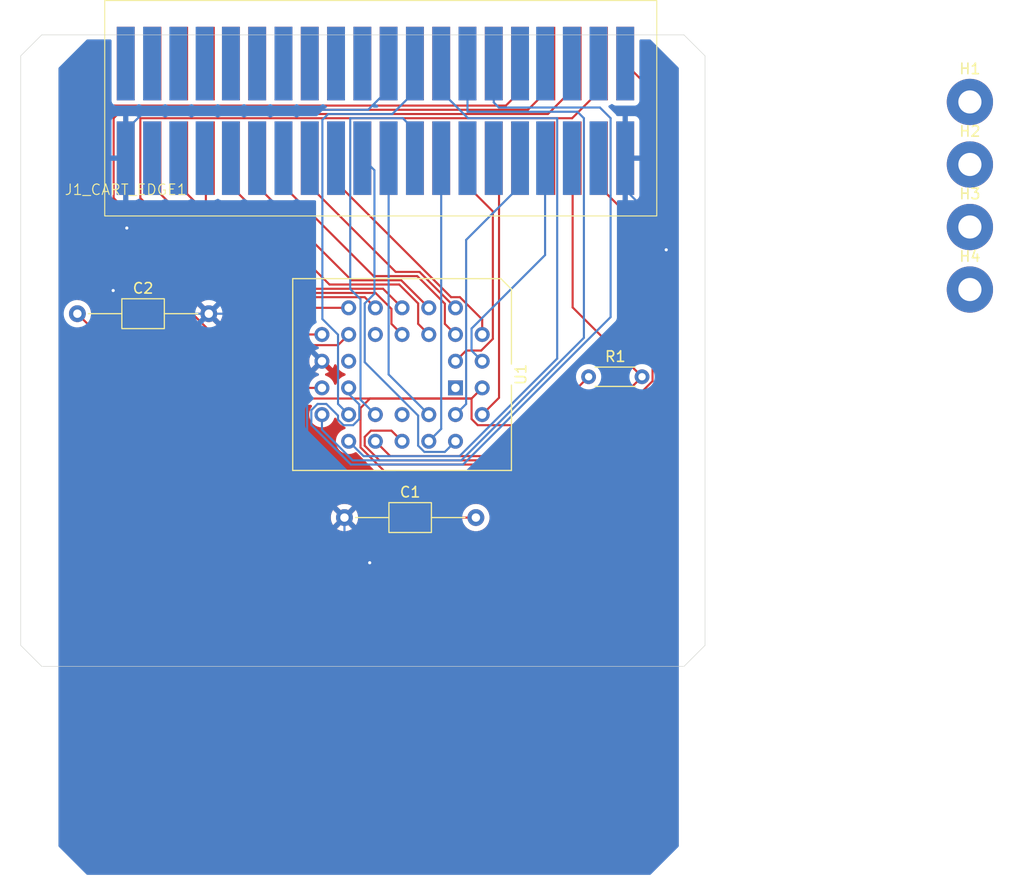
<source format=kicad_pcb>
(kicad_pcb (version 20241229) (generator "pcbnew") (generator_version "9.0")
  (layers (0 "F.Cu" signal) (2 "B.Cu" signal) (13 "F.Paste" user) (15 "B.Paste" user) (5 "F.SilkS" user "F.Silkscreen") (7 "B.SilkS" user "B.Silkscreen") (1 "F.Mask" user) (3 "B.Mask" user) (25 "Edge.Cuts" user))
  (net 0 "")
  (net 1 "+3.3V")
  (net 2 "CART_DET")
  (net 3 "A1")
  (net 4 "A7")
  (net 5 "A9")
  (net 6 "A0")
  (net 8 "D3")
  (net 9 "A10")
  (net 10 "D7")
  (net 11 "A5")
  (net 12 "A15")
  (net 13 "A3")
  (net 14 "A12")
  (net 15 "D2")
  (net 16 "A14")
  (net 19 "{slash}CE")
  (net 21 "D6")
  (net 23 "D0")
  (net 25 "D4")
  (net 26 "A8")
  (net 27 "OE{slash}VPP")
  (net 29 "A6")
  (net 30 "A4")
  (net 31 "A13")
  (net 33 "A11")
  (net 34 "A2")
  (net 35 "D5")
  (net 36 "D1")
  (net 51 "GND")
  (footprint "MountingHole:MountingHole_2.2mm_M2_Pad_TopBottom" (layer "F.Cu") (at 203.18 48.4)
    (property "Reference" "H2" (at 0 -3.15 0) (layer "F.SilkS"))
    (property "Value" "MountingHole")
    (pad "1" thru_hole circle (at 0 0) (size 2.6 2.6) (drill 2.2) (layers "*.Cu" "*.Mask"))
    (pad "1" connect circle (at 0 0) (size 4.4 4.4) (layers "F.Cu" "F.Mask"))
    (pad "1" connect circle (at 0 0) (size 4.4 4.4) (layers "B.Cu" "B.Mask"))
  )
  (footprint "Capacitor_THT:C_Axial_L3.8mm_D2.6mm_P12.50mm_Horizontal" (layer "F.Cu") (at 118.3 62.6)
    (property "Reference" "C2" (at 6.25 -2.42 0) (layer "F.SilkS"))
    (property "Value" "1000n")
    (fp_line (start 1.04 0) (end 4.23 0) (stroke (width 0.12)) (layer "F.SilkS"))
    (fp_line (start 11.46 0) (end 8.27 0) (stroke (width 0.12)) (layer "F.SilkS"))
    (fp_rect (start 4.23 -1.42) (end 8.27 1.42) (stroke (width 0.12)) (fill no) (layer "F.SilkS"))
    (pad "1" thru_hole circle (at 0 0) (size 1.6 1.6) (drill 0.8) (layers "*.Cu" "*.Mask") (net 1 "+3.3V"))
    (pad "2" thru_hole circle (at 12.5 0) (size 1.6 1.6) (drill 0.8) (layers "*.Cu" "*.Mask") (net 51 "GND"))
  )
  (footprint "MountingHole:MountingHole_2.2mm_M2_Pad_TopBottom" (layer "F.Cu") (at 203.18 54.35)
    (property "Reference" "H3" (at 0 -3.15 0) (layer "F.SilkS"))
    (property "Value" "MountingHole")
    (pad "1" thru_hole circle (at 0 0) (size 2.6 2.6) (drill 2.2) (layers "*.Cu" "*.Mask"))
    (pad "1" connect circle (at 0 0) (size 4.4 4.4) (layers "F.Cu" "F.Mask"))
    (pad "1" connect circle (at 0 0) (size 4.4 4.4) (layers "B.Cu" "B.Mask"))
  )
  (footprint "MountingHole:MountingHole_2.2mm_M2_Pad_TopBottom" (layer "F.Cu") (at 203.18 42.45)
    (property "Reference" "H1" (at 0 -3.15 0) (layer "F.SilkS"))
    (property "Value" "MountingHole")
    (pad "1" thru_hole circle (at 0 0) (size 2.6 2.6) (drill 2.2) (layers "*.Cu" "*.Mask"))
    (pad "1" connect circle (at 0 0) (size 4.4 4.4) (layers "F.Cu" "F.Mask"))
    (pad "1" connect circle (at 0 0) (size 4.4 4.4) (layers "B.Cu" "B.Mask"))
  )
  (footprint "Capacitor_THT:C_Axial_L3.8mm_D2.6mm_P12.50mm_Horizontal" (layer "F.Cu") (at 143.7 82)
    (property "Reference" "C1" (at 6.25 -2.42 0) (layer "F.SilkS"))
    (property "Value" "100n")
    (fp_line (start 1.04 0) (end 4.23 0) (stroke (width 0.12)) (layer "F.SilkS"))
    (fp_line (start 11.46 0) (end 8.27 0) (stroke (width 0.12)) (layer "F.SilkS"))
    (fp_rect (start 4.23 -1.42) (end 8.27 1.42) (stroke (width 0.12)) (fill no) (layer "F.SilkS"))
    (pad "1" thru_hole circle (at 0 0) (size 1.6 1.6) (drill 0.8) (layers "*.Cu" "*.Mask") (net 51 "GND"))
    (pad "2" thru_hole circle (at 12.5 0) (size 1.6 1.6) (drill 0.8) (layers "*.Cu" "*.Mask") (net 1 "+3.3V"))
  )
  (footprint "EDGEPAD:EDGEPADS_2x20_P2.54mm_W1.7_L7.0" (layer "F.Cu") (at 122.9 51.3)
    (property "Reference" "J1_CART_EDGE1" (at 0 -0.5 0) (layer "F.SilkS") (effects (font (thickness 0.1))))
    (property "Value" "Conn_02x20_Counter_Clockwise")
    (fp_rect (start -2 -18.5) (end 50.5 2) (stroke (width 0.1)) (fill no) (layer "F.SilkS"))
    (pad "1" smd rect (at 0 -3.5) (size 1.7 7) (layers "F.Cu" "F.Mask" "F.Paste") (net 51 "GND"))
    (pad "1" smd rect (at 0 -3.5) (size 1.7 7) (layers "B.Cu" "B.Mask" "B.Paste") (net 51 "GND"))
    (pad "2" smd rect (at 2.5 -3.5) (size 1.7 7) (layers "B.Cu" "B.Mask" "B.Paste") (net 6 "A0"))
    (pad "2" smd rect (at 2.54 -3.5) (size 1.7 7) (layers "F.Cu" "F.Mask" "F.Paste") (net 6 "A0"))
    (pad "3" smd rect (at 5 -3.5) (size 1.7 7) (layers "B.Cu" "B.Mask" "B.Paste") (net 3 "A1"))
    (pad "3" smd rect (at 5.08 -3.5) (size 1.7 7) (layers "F.Cu" "F.Mask" "F.Paste") (net 3 "A1"))
    (pad "4" smd rect (at 7.5 -3.5) (size 1.7 7) (layers "B.Cu" "B.Mask" "B.Paste") (net 34 "A2"))
    (pad "4" smd rect (at 7.62 -3.5) (size 1.7 7) (layers "F.Cu" "F.Mask" "F.Paste") (net 34 "A2"))
    (pad "5" smd rect (at 10 -3.5) (size 1.7 7) (layers "F.Cu" "F.Mask" "F.Paste") (net 13 "A3"))
    (pad "5" smd rect (at 10 -3.5) (size 1.7 7) (layers "B.Cu" "B.Mask" "B.Paste") (net 13 "A3"))
    (pad "6" smd rect (at 12.5 -3.5) (size 1.7 7) (layers "F.Cu" "F.Mask" "F.Paste") (net 30 "A4"))
    (pad "6" smd rect (at 12.5 -3.5) (size 1.7 7) (layers "B.Cu" "B.Mask" "B.Paste") (net 30 "A4"))
    (pad "7" smd rect (at 15 -3.5) (size 1.7 7) (layers "F.Cu" "F.Mask" "F.Paste") (net 11 "A5"))
    (pad "7" smd rect (at 15 -3.5) (size 1.7 7) (layers "B.Cu" "B.Mask" "B.Paste") (net 11 "A5"))
    (pad "8" smd rect (at 17.5 -3.5) (size 1.7 7) (layers "F.Cu" "F.Mask" "F.Paste") (net 29 "A6"))
    (pad "8" smd rect (at 17.5 -3.5) (size 1.7 7) (layers "B.Cu" "B.Mask" "B.Paste") (net 29 "A6"))
    (pad "9" smd rect (at 20 -3.5) (size 1.7 7) (layers "F.Cu" "F.Mask" "F.Paste") (net 4 "A7"))
    (pad "9" smd rect (at 20 -3.5) (size 1.7 7) (layers "B.Cu" "B.Mask" "B.Paste") (net 4 "A7"))
    (pad "10" smd rect (at 22.5 -3.5) (size 1.7 7) (layers "F.Cu" "F.Mask" "F.Paste") (net 26 "A8"))
    (pad "10" smd rect (at 22.5 -3.5) (size 1.7 7) (layers "B.Cu" "B.Mask" "B.Paste") (net 26 "A8"))
    (pad "11" smd rect (at 25 -3.5) (size 1.7 7) (layers "F.Cu" "F.Mask" "F.Paste") (net 5 "A9"))
    (pad "11" smd rect (at 25 -3.5) (size 1.7 7) (layers "B.Cu" "B.Mask" "B.Paste") (net 5 "A9"))
    (pad "12" smd rect (at 27.5 -3.5) (size 1.7 7) (layers "F.Cu" "F.Mask" "F.Paste") (net 9 "A10"))
    (pad "12" smd rect (at 27.5 -3.5) (size 1.7 7) (layers "B.Cu" "B.Mask" "B.Paste") (net 9 "A10"))
    (pad "13" smd rect (at 30 -3.5) (size 1.7 7) (layers "F.Cu" "F.Mask" "F.Paste") (net 33 "A11"))
    (pad "13" smd rect (at 30 -3.5) (size 1.7 7) (layers "B.Cu" "B.Mask" "B.Paste") (net 33 "A11"))
    (pad "14" smd rect (at 32.5 -3.5) (size 1.7 7) (layers "F.Cu" "F.Mask" "F.Paste") (net 14 "A12"))
    (pad "14" smd rect (at 32.5 -3.5) (size 1.7 7) (layers "B.Cu" "B.Mask" "B.Paste") (net 14 "A12"))
    (pad "15" smd rect (at 35 -3.5) (size 1.7 7) (layers "F.Cu" "F.Mask" "F.Paste") (net 31 "A13"))
    (pad "15" smd rect (at 35 -3.5) (size 1.7 7) (layers "B.Cu" "B.Mask" "B.Paste") (net 31 "A13"))
    (pad "16" smd rect (at 37.5 -3.5) (size 1.7 7) (layers "F.Cu" "F.Mask" "F.Paste") (net 16 "A14"))
    (pad "16" smd rect (at 37.5 -3.5) (size 1.7 7) (layers "B.Cu" "B.Mask" "B.Paste") (net 16 "A14"))
    (pad "17" smd rect (at 39.88 -3.5) (size 1.7 7) (layers "B.Cu" "B.Mask" "B.Paste") (net 12 "A15"))
    (pad "17" smd rect (at 40 -3.5) (size 1.7 7) (layers "F.Cu" "F.Mask" "F.Paste") (net 12 "A15"))
    (pad "18" smd rect (at 42.42 -3.5) (size 1.7 7) (layers "B.Cu" "B.Mask" "B.Paste") (net 19 "{slash}CE"))
    (pad "18" smd rect (at 42.5 -3.5) (size 1.7 7) (layers "F.Cu" "F.Mask" "F.Paste") (net 19 "{slash}CE"))
    (pad "19" smd rect (at 44.96 -3.5) (size 1.7 7) (layers "B.Cu" "B.Mask" "B.Paste") (net 27 "OE{slash}VPP"))
    (pad "19" smd rect (at 45 -3.5) (size 1.7 7) (layers "F.Cu" "F.Mask" "F.Paste") (net 27 "OE{slash}VPP"))
    (pad "20" smd rect (at 47.5 -3.5) (size 1.7 7) (layers "F.Cu" "F.Mask" "F.Paste") (net 51 "GND"))
    (pad "20" smd rect (at 47.5 -3.5) (size 1.7 7) (layers "B.Cu" "B.Mask" "B.Paste") (net 51 "GND"))
    (pad "21" smd rect (at 0 -12.5) (size 1.7 7) (layers "F.Cu" "F.Mask" "F.Paste"))
    (pad "21" smd rect (at 0 -12.5) (size 1.7 7) (layers "B.Cu" "B.Mask" "B.Paste"))
    (pad "22" smd rect (at 2.5 -12.5) (size 1.7 7) (layers "B.Cu" "B.Mask" "B.Paste"))
    (pad "22" smd rect (at 2.54 -12.5) (size 1.7 7) (layers "F.Cu" "F.Mask" "F.Paste"))
    (pad "23" smd rect (at 5 -12.5) (size 1.7 7) (layers "B.Cu" "B.Mask" "B.Paste"))
    (pad "23" smd rect (at 5.08 -12.5) (size 1.7 7) (layers "F.Cu" "F.Mask" "F.Paste"))
    (pad "24" smd rect (at 7.5 -12.5) (size 1.7 7) (layers "B.Cu" "B.Mask" "B.Paste"))
    (pad "24" smd rect (at 7.62 -12.5) (size 1.7 7) (layers "F.Cu" "F.Mask" "F.Paste"))
    (pad "25" smd rect (at 10 -12.5) (size 1.7 7) (layers "F.Cu" "F.Mask" "F.Paste"))
    (pad "25" smd rect (at 10 -12.5) (size 1.7 7) (layers "B.Cu" "B.Mask" "B.Paste"))
    (pad "26" smd rect (at 12.5 -12.5) (size 1.7 7) (layers "F.Cu" "F.Mask" "F.Paste"))
    (pad "26" smd rect (at 12.5 -12.5) (size 1.7 7) (layers "B.Cu" "B.Mask" "B.Paste"))
    (pad "27" smd rect (at 15 -12.5) (size 1.7 7) (layers "F.Cu" "F.Mask" "F.Paste"))
    (pad "27" smd rect (at 15 -12.5) (size 1.7 7) (layers "B.Cu" "B.Mask" "B.Paste"))
    (pad "28" smd rect (at 17.5 -12.5) (size 1.7 7) (layers "F.Cu" "F.Mask" "F.Paste"))
    (pad "28" smd rect (at 17.5 -12.5) (size 1.7 7) (layers "B.Cu" "B.Mask" "B.Paste"))
    (pad "29" smd rect (at 20 -12.5) (size 1.7 7) (layers "F.Cu" "F.Mask" "F.Paste"))
    (pad "29" smd rect (at 20 -12.5) (size 1.7 7) (layers "B.Cu" "B.Mask" "B.Paste"))
    (pad "30" smd rect (at 22.5 -12.5) (size 1.7 7) (layers "F.Cu" "F.Mask" "F.Paste") (net 2 "CART_DET"))
    (pad "30" smd rect (at 22.5 -12.5) (size 1.7 7) (layers "B.Cu" "B.Mask" "B.Paste") (net 2 "CART_DET"))
    (pad "31" smd rect (at 25 -12.5) (size 1.7 7) (layers "F.Cu" "F.Mask" "F.Paste") (net 51 "GND"))
    (pad "31" smd rect (at 25 -12.5) (size 1.7 7) (layers "B.Cu" "B.Mask" "B.Paste") (net 51 "GND"))
    (pad "32" smd rect (at 27.5 -12.5) (size 1.7 7) (layers "F.Cu" "F.Mask" "F.Paste") (net 10 "D7"))
    (pad "32" smd rect (at 27.5 -12.5) (size 1.7 7) (layers "B.Cu" "B.Mask" "B.Paste") (net 10 "D7"))
    (pad "33" smd rect (at 30 -12.5) (size 1.7 7) (layers "F.Cu" "F.Mask" "F.Paste") (net 21 "D6"))
    (pad "33" smd rect (at 30 -12.5) (size 1.7 7) (layers "B.Cu" "B.Mask" "B.Paste") (net 21 "D6"))
    (pad "34" smd rect (at 32.5 -12.5) (size 1.7 7) (layers "F.Cu" "F.Mask" "F.Paste") (net 35 "D5"))
    (pad "34" smd rect (at 32.5 -12.5) (size 1.7 7) (layers "B.Cu" "B.Mask" "B.Paste") (net 35 "D5"))
    (pad "35" smd rect (at 35 -12.5) (size 1.7 7) (layers "F.Cu" "F.Mask" "F.Paste") (net 25 "D4"))
    (pad "35" smd rect (at 35 -12.5) (size 1.7 7) (layers "B.Cu" "B.Mask" "B.Paste") (net 25 "D4"))
    (pad "36" smd rect (at 37.5 -12.5) (size 1.7 7) (layers "F.Cu" "F.Mask" "F.Paste") (net 8 "D3"))
    (pad "36" smd rect (at 37.5 -12.5) (size 1.7 7) (layers "B.Cu" "B.Mask" "B.Paste") (net 8 "D3"))
    (pad "37" smd rect (at 39.88 -12.5) (size 1.7 7) (layers "B.Cu" "B.Mask" "B.Paste") (net 15 "D2"))
    (pad "37" smd rect (at 40 -12.5) (size 1.7 7) (layers "F.Cu" "F.Mask" "F.Paste") (net 15 "D2"))
    (pad "38" smd rect (at 42.42 -12.5) (size 1.7 7) (layers "B.Cu" "B.Mask" "B.Paste") (net 36 "D1"))
    (pad "38" smd rect (at 42.5 -12.5) (size 1.7 7) (layers "F.Cu" "F.Mask" "F.Paste") (net 36 "D1"))
    (pad "39" smd rect (at 44.96 -12.5) (size 1.7 7) (layers "B.Cu" "B.Mask" "B.Paste") (net 23 "D0"))
    (pad "39" smd rect (at 45 -12.5) (size 1.7 7) (layers "F.Cu" "F.Mask" "F.Paste") (net 23 "D0"))
    (pad "40" smd rect (at 47.5 -12.5) (size 1.7 7) (layers "F.Cu" "F.Mask" "F.Paste") (net 1 "+3.3V"))
    (pad "40" smd rect (at 47.5 -12.5) (size 1.7 7) (layers "B.Cu" "B.Mask" "B.Paste") (net 1 "+3.3V"))
  )
  (footprint "MountingHole:MountingHole_2.2mm_M2_Pad_TopBottom" (layer "F.Cu") (at 203.18 60.3)
    (property "Reference" "H4" (at 0 -3.15 0) (layer "F.SilkS"))
    (property "Value" "MountingHole")
    (pad "1" thru_hole circle (at 0 0) (size 2.6 2.6) (drill 2.2) (layers "*.Cu" "*.Mask"))
    (pad "1" connect circle (at 0 0) (size 4.4 4.4) (layers "F.Cu" "F.Mask"))
    (pad "1" connect circle (at 0 0) (size 4.4 4.4) (layers "B.Cu" "B.Mask"))
  )
  (footprint "Package_LCC:PLCC-32_THT-Socket" (layer "F.Cu") (at 154.26 69.66 -90)
    (property "Reference" "U1" (at -1.27 -6.22 90) (layer "F.SilkS"))
    (property "Value" "AT27LV512A-90JU")
    (fp_line (start -10.395 15.48) (end 7.855 15.48) (stroke (width 0.12)) (layer "F.SilkS"))
    (fp_line (start 7.855 15.48) (end 7.855 -5.32) (stroke (width 0.12)) (layer "F.SilkS"))
    (fp_line (start -10.395 -4.32) (end -10.395 15.48) (stroke (width 0.12)) (layer "F.SilkS"))
    (fp_line (start -9.395 -5.32) (end -10.395 -4.32) (stroke (width 0.12)) (layer "F.SilkS"))
    (fp_line (start -2.27 -5.32) (end -9.395 -5.32) (stroke (width 0.12)) (layer "F.SilkS"))
    (fp_line (start 7.855 -5.32) (end -0.27 -5.32) (stroke (width 0.12)) (layer "F.SilkS"))
    (pad "1" thru_hole rect (at 0 0 270) (size 1.4224 1.4224) (drill 0.8) (layers "*.Cu" "*.Mask"))
    (pad "2" thru_hole circle (at -2.54 -2.54 270) (size 1.4224 1.4224) (drill 0.8) (layers "*.Cu" "*.Mask") (net 12 "A15"))
    (pad "3" thru_hole circle (at -2.54 0 270) (size 1.4224 1.4224) (drill 0.8) (layers "*.Cu" "*.Mask") (net 14 "A12"))
    (pad "4" thru_hole circle (at -5.08 -2.54 270) (size 1.4224 1.4224) (drill 0.8) (layers "*.Cu" "*.Mask") (net 4 "A7"))
    (pad "5" thru_hole circle (at -7.62 0 270) (size 1.4224 1.4224) (drill 0.8) (layers "*.Cu" "*.Mask") (net 29 "A6"))
    (pad "6" thru_hole circle (at -5.08 0 270) (size 1.4224 1.4224) (drill 0.8) (layers "*.Cu" "*.Mask") (net 11 "A5"))
    (pad "7" thru_hole circle (at -7.62 2.54 270) (size 1.4224 1.4224) (drill 0.8) (layers "*.Cu" "*.Mask") (net 30 "A4"))
    (pad "8" thru_hole circle (at -5.08 2.54 270) (size 1.4224 1.4224) (drill 0.8) (layers "*.Cu" "*.Mask") (net 13 "A3"))
    (pad "9" thru_hole circle (at -7.62 5.08 270) (size 1.4224 1.4224) (drill 0.8) (layers "*.Cu" "*.Mask") (net 34 "A2"))
    (pad "10" thru_hole circle (at -5.08 5.08 270) (size 1.4224 1.4224) (drill 0.8) (layers "*.Cu" "*.Mask") (net 3 "A1"))
    (pad "11" thru_hole circle (at -7.62 7.62 270) (size 1.4224 1.4224) (drill 0.8) (layers "*.Cu" "*.Mask") (net 6 "A0"))
    (pad "12" thru_hole circle (at -5.08 7.62 270) (size 1.4224 1.4224) (drill 0.8) (layers "*.Cu" "*.Mask"))
    (pad "13" thru_hole circle (at -7.62 10.16 270) (size 1.4224 1.4224) (drill 0.8) (layers "*.Cu" "*.Mask") (net 23 "D0"))
    (pad "14" thru_hole circle (at -5.08 12.7 270) (size 1.4224 1.4224) (drill 0.8) (layers "*.Cu" "*.Mask") (net 36 "D1"))
    (pad "15" thru_hole circle (at -5.08 10.16 270) (size 1.4224 1.4224) (drill 0.8) (layers "*.Cu" "*.Mask") (net 15 "D2"))
    (pad "16" thru_hole circle (at -2.54 12.7 270) (size 1.4224 1.4224) (drill 0.8) (layers "*.Cu" "*.Mask") (net 51 "GND"))
    (pad "17" thru_hole circle (at -2.54 10.16 270) (size 1.4224 1.4224) (drill 0.8) (layers "*.Cu" "*.Mask"))
    (pad "18" thru_hole circle (at 0 12.7 270) (size 1.4224 1.4224) (drill 0.8) (layers "*.Cu" "*.Mask") (net 8 "D3"))
    (pad "19" thru_hole circle (at 0 10.16 270) (size 1.4224 1.4224) (drill 0.8) (layers "*.Cu" "*.Mask") (net 25 "D4"))
    (pad "20" thru_hole circle (at 2.54 12.7 270) (size 1.4224 1.4224) (drill 0.8) (layers "*.Cu" "*.Mask") (net 35 "D5"))
    (pad "21" thru_hole circle (at 5.08 10.16 270) (size 1.4224 1.4224) (drill 0.8) (layers "*.Cu" "*.Mask") (net 21 "D6"))
    (pad "22" thru_hole circle (at 2.54 10.16 270) (size 1.4224 1.4224) (drill 0.8) (layers "*.Cu" "*.Mask") (net 10 "D7"))
    (pad "23" thru_hole circle (at 5.08 7.62 270) (size 1.4224 1.4224) (drill 0.8) (layers "*.Cu" "*.Mask") (net 19 "{slash}CE"))
    (pad "24" thru_hole circle (at 2.54 7.62 270) (size 1.4224 1.4224) (drill 0.8) (layers "*.Cu" "*.Mask") (net 9 "A10"))
    (pad "25" thru_hole circle (at 5.08 5.08 270) (size 1.4224 1.4224) (drill 0.8) (layers "*.Cu" "*.Mask") (net 27 "OE{slash}VPP"))
    (pad "26" thru_hole circle (at 2.54 5.08 270) (size 1.4224 1.4224) (drill 0.8) (layers "*.Cu" "*.Mask"))
    (pad "27" thru_hole circle (at 5.08 2.54 270) (size 1.4224 1.4224) (drill 0.8) (layers "*.Cu" "*.Mask") (net 33 "A11"))
    (pad "28" thru_hole circle (at 2.54 2.54 270) (size 1.4224 1.4224) (drill 0.8) (layers "*.Cu" "*.Mask") (net 5 "A9"))
    (pad "29" thru_hole circle (at 5.08 0 270) (size 1.4224 1.4224) (drill 0.8) (layers "*.Cu" "*.Mask") (net 26 "A8"))
    (pad "30" thru_hole circle (at 2.54 -2.54 270) (size 1.4224 1.4224) (drill 0.8) (layers "*.Cu" "*.Mask") (net 31 "A13"))
    (pad "31" thru_hole circle (at 2.54 0 270) (size 1.4224 1.4224) (drill 0.8) (layers "*.Cu" "*.Mask") (net 16 "A14"))
    (pad "32" thru_hole circle (at 0 -2.54 270) (size 1.4224 1.4224) (drill 0.8) (layers "*.Cu" "*.Mask") (net 1 "+3.3V"))
  )
  (footprint "Resistor_THT:R_Axial_DIN0204_L3.6mm_D1.6mm_P5.08mm_Horizontal" (layer "F.Cu") (at 166.92 68.6)
    (property "Reference" "R1" (at 2.54 -1.92 0) (layer "F.SilkS"))
    (property "Value" "10k")
    (fp_line (start 0.62 -0.92) (end 4.46 -0.92) (stroke (width 0.12)) (layer "F.SilkS"))
    (fp_line (start 0.62 0.92) (end 4.46 0.92) (stroke (width 0.12)) (layer "F.SilkS"))
    (pad "1" thru_hole circle (at 0 0) (size 1.4 1.4) (drill 0.7) (layers "*.Cu" "*.Mask") (net 1 "+3.3V"))
    (pad "2" thru_hole circle (at 5.08 0) (size 1.4 1.4) (drill 0.7) (layers "*.Cu" "*.Mask") (net 19 "{slash}CE"))
  )
  (gr_line (start 177.99 94.16) (end 177.99 38.07) (stroke (width 0.05)) (layer "Edge.Cuts"))
  (gr_line (start 114.91 36.07) (end 112.91 38.07) (stroke (width 0.05)) (layer "Edge.Cuts"))
  (gr_line (start 175.99 96.16) (end 114.91 96.16) (stroke (width 0.05)) (layer "Edge.Cuts"))
  (gr_line (start 112.91 94.16) (end 112.91 38.07) (stroke (width 0.05)) (layer "Edge.Cuts"))
  (gr_line (start 177.99 94.16) (end 175.99 96.16) (stroke (width 0.05)) (layer "Edge.Cuts"))
  (gr_line (start 177.99 38.07) (end 175.99 36.07) (stroke (width 0.05)) (layer "Edge.Cuts"))
  (gr_line (start 114.91 96.16) (end 112.91 94.16) (stroke (width 0.05)) (layer "Edge.Cuts"))
  (gr_line (start 175.99 36.07) (end 114.91 36.07) (stroke (width 0.05)) (layer "Edge.Cuts"))
  (segment (start 155.7878 70.6722) (end 156.8 69.66) (width 0.2) (layer "F.Cu") (net 1))
  (segment (start 145.2268 75.325367) (end 145.2268 71.5732) (width 0.2) (layer "F.Cu") (net 1))
  (segment (start 146.1278 70.6722) (end 155.7878 70.6722) (width 0.2) (layer "F.Cu") (net 1))
  (segment (start 146.850716 76.949284) (end 145.2268 75.325367) (width 0.2) (layer "F.Cu") (net 1))
  (segment (start 146.856633 76.9552) (end 146.850716 76.949284) (width 0.2) (layer "F.Cu") (net 1))
  (segment (start 173.402 41.802) (end 173.402 69.180728) (width 0.2) (layer "F.Cu") (net 1))
  (segment (start 166.92 68.6) (end 162.3078 73.2122) (width 0.2) (layer "F.Cu") (net 1))
  (segment (start 170.4 38.8) (end 173.402 41.802) (width 0.2) (layer "F.Cu") (net 1))
  (segment (start 118.3 62.6) (end 126.3722 70.6722) (width 0.2) (layer "F.Cu") (net 1))
  (segment (start 145.2268 71.5732) (end 146.1278 70.6722) (width 0.2) (layer "F.Cu") (net 1))
  (segment (start 155.7878 72.619267) (end 155.7878 70.6722) (width 0.2) (layer "F.Cu") (net 1))
  (segment (start 156.380733 73.2122) (end 155.7878 72.619267) (width 0.2) (layer "F.Cu") (net 1))
  (segment (start 165.627528 76.9552) (end 146.856633 76.9552) (width 0.2) (layer "F.Cu") (net 1))
  (segment (start 151.901432 82) (end 146.850716 76.949284) (width 0.2) (layer "F.Cu") (net 1))
  (segment (start 162.3078 73.2122) (end 156.380733 73.2122) (width 0.2) (layer "F.Cu") (net 1))
  (segment (start 126.3722 70.6722) (end 155.7878 70.6722) (width 0.2) (layer "F.Cu") (net 1))
  (segment (start 156.2 82) (end 151.901432 82) (width 0.2) (layer "F.Cu") (net 1))
  (segment (start 173.402 69.180728) (end 165.627528 76.9552) (width 0.2) (layer "F.Cu") (net 1))
  (segment (start 148.1678 62.136333) (end 148.1678 63.5678) (width 0.2) (layer "F.Cu") (net 3))
  (segment (start 148.1678 63.5678) (end 149.18 64.58) (width 0.2) (layer "F.Cu") (net 3))
  (segment (start 127.98 47.8) (end 127.98 50.45) (width 0.2) (layer "F.Cu") (net 3))
  (segment (start 138.1568 60.6268) (end 146.658267 60.6268) (width 0.2) (layer "F.Cu") (net 3))
  (segment (start 146.658267 60.6268) (end 148.1678 62.136333) (width 0.2) (layer "F.Cu") (net 3))
  (segment (start 127.98 50.45) (end 138.1568 60.6268) (width 0.2) (layer "F.Cu") (net 3))
  (segment (start 142.9 47.8) (end 142.9 50.087067) (width 0.2) (layer "F.Cu") (net 4))
  (segment (start 154.679267 61.0278) (end 156.8 63.148533) (width 0.2) (layer "F.Cu") (net 4))
  (segment (start 142.9 50.087067) (end 153.840733 61.0278) (width 0.2) (layer "F.Cu") (net 4))
  (segment (start 156.8 63.148533) (end 156.8 64.58) (width 0.2) (layer "F.Cu") (net 4))
  (segment (start 153.840733 61.0278) (end 154.679267 61.0278) (width 0.2) (layer "F.Cu") (net 4))
  (segment (start 147.9 68.38) (end 151.72 72.2) (width 0.2) (layer "B.Cu") (net 5))
  (segment (start 147.9 47.8) (end 147.9 68.38) (width 0.2) (layer "B.Cu") (net 5))
  (segment (start 136.0178 61.0278) (end 145.6278 61.0278) (width 0.2) (layer "F.Cu") (net 6))
  (segment (start 145.6278 61.0278) (end 146.64 62.04) (width 0.2) (layer "F.Cu") (net 6))
  (segment (start 125.44 47.8) (end 125.44 50.45) (width 0.2) (layer "F.Cu") (net 6))
  (segment (start 125.44 50.45) (end 136.0178 61.0278) (width 0.2) (layer "F.Cu") (net 6))
  (segment (start 120.947 43.6668) (end 120.947 54.87115) (width 0.2) (layer "F.Cu") (net 8))
  (segment (start 160.4 41.45) (end 159.054 42.796) (width 0.2) (layer "F.Cu") (net 8))
  (segment (start 160.4 38.8) (end 160.4 41.45) (width 0.2) (layer "F.Cu") (net 8))
  (segment (start 120.947 54.87115) (end 135.73585 69.66) (width 0.2) (layer "F.Cu") (net 8))
  (segment (start 159.054 42.796) (end 121.8178 42.796) (width 0.2) (layer "F.Cu") (net 8))
  (segment (start 135.73585 69.66) (end 141.56 69.66) (width 0.2) (layer "F.Cu") (net 8))
  (segment (start 121.8178 42.796) (end 120.947 43.6668) (width 0.2) (layer "F.Cu") (net 8))
  (segment (start 144.249 43.999) (end 144.249 60.249) (width 0.2) (layer "B.Cu") (net 9))
  (segment (start 145.2268 70.7868) (end 146.64 72.2) (width 0.2) (layer "B.Cu") (net 9))
  (segment (start 150.4 45.15) (end 149.249 43.999) (width 0.2) (layer "B.Cu") (net 9))
  (segment (start 144.249 60.249) (end 145.2268 61.2268) (width 0.2) (layer "B.Cu") (net 9))
  (segment (start 149.249 43.999) (end 144.249 43.999) (width 0.2) (layer "B.Cu") (net 9))
  (segment (start 145.2268 61.2268) (end 145.2268 70.7868) (width 0.2) (layer "B.Cu") (net 9))
  (segment (start 150.4 47.8) (end 150.4 45.15) (width 0.2) (layer "B.Cu") (net 9))
  (segment (start 150.4 41.45) (end 148.252 43.598) (width 0.2) (layer "B.Cu") (net 10))
  (segment (start 141.6 63.108533) (end 143.0878 64.596333) (width 0.2) (layer "B.Cu") (net 10))
  (segment (start 142.15 43.598) (end 141.6 44.148) (width 0.2) (layer "B.Cu") (net 10))
  (segment (start 150.4 38.8) (end 150.4 41.45) (width 0.2) (layer "B.Cu") (net 10))
  (segment (start 148.252 43.598) (end 142.15 43.598) (width 0.2) (layer "B.Cu") (net 10))
  (segment (start 143.0878 71.1878) (end 144.1 72.2) (width 0.2) (layer "B.Cu") (net 10))
  (segment (start 143.0878 64.596333) (end 143.0878 71.1878) (width 0.2) (layer "B.Cu") (net 10))
  (segment (start 141.6 44.148) (end 141.6 63.108533) (width 0.2) (layer "B.Cu") (net 10))
  (segment (start 150.6228 59.0228) (end 153.2478 61.6478) (width 0.2) (layer "F.Cu") (net 11))
  (segment (start 137.9 50.45) (end 146.4728 59.0228) (width 0.2) (layer "F.Cu") (net 11))
  (segment (start 153.2478 63.5678) (end 154.26 64.58) (width 0.2) (layer "F.Cu") (net 11))
  (segment (start 146.4728 59.0228) (end 150.6228 59.0228) (width 0.2) (layer "F.Cu") (net 11))
  (segment (start 153.2478 61.6478) (end 153.2478 63.5678) (width 0.2) (layer "F.Cu") (net 11))
  (segment (start 137.9 47.8) (end 137.9 50.45) (width 0.2) (layer "F.Cu") (net 11))
  (segment (start 155.7878 64.0122) (end 155.7878 66.1078) (width 0.2) (layer "B.Cu") (net 12))
  (segment (start 162.78 47.8) (end 162.78 57.02) (width 0.2) (layer "B.Cu") (net 12))
  (segment (start 162.78 57.02) (end 155.7878 64.0122) (width 0.2) (layer "B.Cu") (net 12))
  (segment (start 155.7878 66.1078) (end 156.8 67.12) (width 0.2) (layer "B.Cu") (net 12))
  (segment (start 148.911867 59.8248) (end 150.7078 61.620733) (width 0.2) (layer "F.Cu") (net 13))
  (segment (start 142.2748 59.8248) (end 148.911867 59.8248) (width 0.2) (layer "F.Cu") (net 13))
  (segment (start 150.7078 63.5678) (end 151.72 64.58) (width 0.2) (layer "F.Cu") (net 13))
  (segment (start 150.7078 61.620733) (end 150.7078 63.5678) (width 0.2) (layer "F.Cu") (net 13))
  (segment (start 132.9 50.45) (end 142.2748 59.8248) (width 0.2) (layer "F.Cu") (net 13))
  (segment (start 132.9 47.8) (end 132.9 50.45) (width 0.2) (layer "F.Cu") (net 13))
  (segment (start 157.8122 52.8622) (end 157.8122 64.999267) (width 0.2) (layer "F.Cu") (net 14))
  (segment (start 155.4 47.8) (end 155.4 50.45) (width 0.2) (layer "F.Cu") (net 14))
  (segment (start 155.2722 66.1078) (end 154.26 67.12) (width 0.2) (layer "F.Cu") (net 14))
  (segment (start 156.703667 66.1078) (end 155.2722 66.1078) (width 0.2) (layer "F.Cu") (net 14))
  (segment (start 157.8122 64.999267) (end 156.703667 66.1078) (width 0.2) (layer "F.Cu") (net 14))
  (segment (start 155.4 50.45) (end 157.8122 52.8622) (width 0.2) (layer "F.Cu") (net 14))
  (segment (start 162.9 38.8) (end 162.9 41.45) (width 0.2) (layer "F.Cu") (net 15))
  (segment (start 132.23515 65.5922) (end 143.0878 65.5922) (width 0.2) (layer "F.Cu") (net 15))
  (segment (start 121.348 43.8329) (end 121.348 54.70505) (width 0.2) (layer "F.Cu") (net 15))
  (segment (start 161.153 43.197) (end 121.9839 43.197) (width 0.2) (layer "F.Cu") (net 15))
  (segment (start 121.348 54.70505) (end 132.23515 65.5922) (width 0.2) (layer "F.Cu") (net 15))
  (segment (start 143.0878 65.5922) (end 144.1 64.58) (width 0.2) (layer "F.Cu") (net 15))
  (segment (start 121.9839 43.197) (end 121.348 43.8329) (width 0.2) (layer "F.Cu") (net 15))
  (segment (start 162.9 41.45) (end 161.153 43.197) (width 0.2) (layer "F.Cu") (net 15))
  (segment (start 155.2722 71.1878) (end 154.26 72.2) (width 0.2) (layer "B.Cu") (net 16))
  (segment (start 160.4 47.8) (end 160.4 50.45) (width 0.2) (layer "B.Cu") (net 16))
  (segment (start 155.2722 55.5778) (end 155.2722 71.1878) (width 0.2) (layer "B.Cu") (net 16))
  (segment (start 160.4 50.45) (end 155.2722 55.5778) (width 0.2) (layer "B.Cu") (net 16))
  (segment (start 148.0532 76.1532) (end 146.64 74.74) (width 0.2) (layer "F.Cu") (net 19))
  (segment (start 164.4468 76.1532) (end 148.0532 76.1532) (width 0.2) (layer "F.Cu") (net 19))
  (segment (start 172 68.6) (end 164.4468 76.1532) (width 0.2) (layer "F.Cu") (net 19))
  (segment (start 165.4 47.8) (end 165.4 62) (width 0.2) (layer "F.Cu") (net 19))
  (segment (start 165.4 62) (end 172 68.6) (width 0.2) (layer "F.Cu") (net 19))
  (segment (start 163.931 43.999) (end 163.931 66.869) (width 0.2) (layer "B.Cu") (net 21))
  (segment (start 152.9 38.8) (end 152.9 41.45) (width 0.2) (layer "B.Cu") (net 21))
  (segment (start 155.449 43.999) (end 163.931 43.999) (width 0.2) (layer "B.Cu") (net 21))
  (segment (start 152.9 41.45) (end 155.449 43.999) (width 0.2) (layer "B.Cu") (net 21))
  (segment (start 163.931 66.869) (end 154.6468 76.1532) (width 0.2) (layer "B.Cu") (net 21))
  (segment (start 154.6468 76.1532) (end 145.5132 76.1532) (width 0.2) (layer "B.Cu") (net 21))
  (segment (start 145.5132 76.1532) (end 144.1 74.74) (width 0.2) (layer "B.Cu") (net 21))
  (segment (start 165.351 43.999) (end 124.289 43.999) (width 0.2) (layer "F.Cu") (net 23))
  (segment (start 124.289 51.601) (end 134.728 62.04) (width 0.2) (layer "F.Cu") (net 23))
  (segment (start 124.289 43.999) (end 124.289 51.601) (width 0.2) (layer "F.Cu") (net 23))
  (segment (start 134.728 62.04) (end 144.1 62.04) (width 0.2) (layer "F.Cu") (net 23))
  (segment (start 167.9 38.8) (end 167.9 41.45) (width 0.2) (layer "F.Cu") (net 23))
  (segment (start 167.9 41.45) (end 165.351 43.999) (width 0.2) (layer "F.Cu") (net 23))
  (segment (start 143.0878 72.6878) (end 143.6122 73.2122) (width 0.2) (layer "B.Cu") (net 25))
  (segment (start 144.519267 73.2122) (end 145.1122 72.619267) (width 0.2) (layer "B.Cu") (net 25))
  (segment (start 169.011 43.999) (end 169.011 62.9232) (width 0.2) (layer "B.Cu") (net 25))
  (segment (start 145.1122 72.619267) (end 145.1122 71.2393) (width 0.2) (layer "B.Cu") (net 25))
  (segment (start 143.6122 73.2122) (end 144.519267 73.2122) (width 0.2) (layer "B.Cu") (net 25))
  (segment (start 144.316633 76.9552) (end 140.5478 73.186367) (width 0.2) (layer "B.Cu") (net 25))
  (segment (start 141.979267 71.1878) (end 143.0878 72.296333) (width 0.2) (layer "B.Cu") (net 25))
  (segment (start 169.011 62.9232) (end 154.979 76.9552) (width 0.2) (layer "B.Cu") (net 25))
  (segment (start 157.9 38.8) (end 157.9 42.5) (width 0.2) (layer "B.Cu") (net 25))
  (segment (start 143.0878 72.296333) (end 143.0878 72.6878) (width 0.2) (layer "B.Cu") (net 25))
  (segment (start 158.3819 42.9819) (end 167.9939 42.9819) (width 0.2) (layer "B.Cu") (net 25))
  (segment (start 157.9 42.5) (end 158.3819 42.9819) (width 0.2) (layer "B.Cu") (net 25))
  (segment (start 167.9939 42.9819) (end 169.011 43.999) (width 0.2) (layer "B.Cu") (net 25))
  (segment (start 144.1 70.2271) (end 144.1 69.66) (width 0.2) (layer "B.Cu") (net 25))
  (segment (start 140.5478 71.780733) (end 141.140733 71.1878) (width 0.2) (layer "B.Cu") (net 25))
  (segment (start 141.140733 71.1878) (end 141.979267 71.1878) (width 0.2) (layer "B.Cu") (net 25))
  (segment (start 140.5478 73.186367) (end 140.5478 71.780733) (width 0.2) (layer "B.Cu") (net 25))
  (segment (start 154.979 76.9552) (end 144.316633 76.9552) (width 0.2) (layer "B.Cu") (net 25))
  (segment (start 145.1122 71.2393) (end 144.1 70.2271) (width 0.2) (layer "B.Cu") (net 25))
  (segment (start 150.7078 75.159267) (end 151.300733 75.7522) (width 0.2) (layer "B.Cu") (net 26))
  (segment (start 153.2478 75.7522) (end 154.26 74.74) (width 0.2) (layer "B.Cu") (net 26))
  (segment (start 151.300733 75.7522) (end 153.2478 75.7522) (width 0.2) (layer "B.Cu") (net 26))
  (segment (start 145.6278 67.216333) (end 150.7078 72.296333) (width 0.2) (layer "B.Cu") (net 26))
  (segment (start 145.4 47.8) (end 146.551735 48.951735) (width 0.2) (layer "B.Cu") (net 26))
  (segment (start 145.6278 61.620733) (end 145.6278 67.216333) (width 0.2) (layer "B.Cu") (net 26))
  (segment (start 146.551735 48.951735) (end 146.551735 60.696798) (width 0.2) (layer "B.Cu") (net 26))
  (segment (start 150.7078 72.296333) (end 150.7078 75.159267) (width 0.2) (layer "B.Cu") (net 26))
  (segment (start 146.551735 60.696798) (end 145.6278 61.620733) (width 0.2) (layer "B.Cu") (net 26))
  (segment (start 165.461428 76.5542) (end 147.022733 76.5542) (width 0.2) (layer "F.Cu") (net 27))
  (segment (start 145.6278 74.320733) (end 146.220733 73.7278) (width 0.2) (layer "F.Cu") (net 27))
  (segment (start 147.022733 76.5542) (end 145.6278 75.159267) (width 0.2) (layer "F.Cu") (net 27))
  (segment (start 146.220733 73.7278) (end 148.1678 73.7278) (width 0.2) (layer "F.Cu") (net 27))
  (segment (start 173.001 55.551) (end 173.001 69.014628) (width 0.2) (layer "F.Cu") (net 27))
  (segment (start 167.9 50.45) (end 173.001 55.551) (width 0.2) (layer "F.Cu") (net 27))
  (segment (start 173.001 69.014628) (end 165.461428 76.5542) (width 0.2) (layer "F.Cu") (net 27))
  (segment (start 145.6278 75.159267) (end 145.6278 74.320733) (width 0.2) (layer "F.Cu") (net 27))
  (segment (start 167.9 47.8) (end 167.9 50.45) (width 0.2) (layer "F.Cu") (net 27))
  (segment (start 148.1678 73.7278) (end 149.18 74.74) (width 0.2) (layer "F.Cu") (net 27))
  (segment (start 140.4 50.45) (end 148.5718 58.6218) (width 0.2) (layer "F.Cu") (net 29))
  (segment (start 140.4 47.8) (end 140.4 50.45) (width 0.2) (layer "F.Cu") (net 29))
  (segment (start 150.8418 58.6218) (end 154.26 62.04) (width 0.2) (layer "F.Cu") (net 29))
  (segment (start 148.5718 58.6218) (end 150.8418 58.6218) (width 0.2) (layer "F.Cu") (net 29))
  (segment (start 135.4 47.8) (end 135.4 50.45) (width 0.2) (layer "F.Cu") (net 30))
  (segment (start 149.1038 59.4238) (end 151.72 62.04) (width 0.2) (layer "F.Cu") (net 30))
  (segment (start 144.3738 59.4238) (end 149.1038 59.4238) (width 0.2) (layer "F.Cu") (net 30))
  (segment (start 135.4 50.45) (end 144.3738 59.4238) (width 0.2) (layer "F.Cu") (net 30))
  (segment (start 158.4 70.6) (end 156.8 72.2) (width 0.2) (layer "F.Cu") (net 31))
  (segment (start 158.4 48.3) (end 158.4 70.6) (width 0.2) (layer "F.Cu") (net 31))
  (segment (start 157.9 47.8) (end 158.4 48.3) (width 0.2) (layer "F.Cu") (net 31))
  (segment (start 152.9 73.56) (end 151.72 74.74) (width 0.2) (layer "B.Cu") (net 33))
  (segment (start 152.9 47.8) (end 152.9 73.56) (width 0.2) (layer "B.Cu") (net 33))
  (segment (start 147.3658 60.2258) (end 149.18 62.04) (width 0.2) (layer "F.Cu") (net 34))
  (segment (start 130.52 52.4229) (end 138.3229 60.2258) (width 0.2) (layer "F.Cu") (net 34))
  (segment (start 138.3229 60.2258) (end 147.3658 60.2258) (width 0.2) (layer "F.Cu") (net 34))
  (segment (start 130.52 47.8) (end 130.52 52.4229) (width 0.2) (layer "F.Cu") (net 34))
  (segment (start 166.471 43.999) (end 166.471 64.8961) (width 0.2) (layer "B.Cu") (net 35))
  (segment (start 144.482733 76.5542) (end 141.56 73.631467) (width 0.2) (layer "B.Cu") (net 35))
  (segment (start 166.471 64.8961) (end 154.8129 76.5542) (width 0.2) (layer "B.Cu") (net 35))
  (segment (start 165.8549 43.3829) (end 166.471 43.999) (width 0.2) (layer "B.Cu") (net 35))
  (segment (start 155.4 43.3829) (end 165.8549 43.3829) (width 0.2) (layer "B.Cu") (net 35))
  (segment (start 154.8129 76.5542) (end 144.482733 76.5542) (width 0.2) (layer "B.Cu") (net 35))
  (segment (start 141.56 73.631467) (end 141.56 72.2) (width 0.2) (layer "B.Cu") (net 35))
  (segment (start 155.4 38.8) (end 155.4 43.3829) (width 0.2) (layer "B.Cu") (net 35))
  (segment (start 165.4 41.252) (end 163.054 43.598) (width 0.2) (layer "F.Cu") (net 36))
  (segment (start 163.054 43.598) (end 122.15 43.598) (width 0.2) (layer "F.Cu") (net 36))
  (segment (start 122.15 43.598) (end 121.749 43.999) (width 0.2) (layer "F.Cu") (net 36))
  (segment (start 121.749 51.601) (end 134.728 64.58) (width 0.2) (layer "F.Cu") (net 36))
  (segment (start 121.749 43.999) (end 121.749 51.601) (width 0.2) (layer "F.Cu") (net 36))
  (segment (start 165.4 38.8) (end 165.4 41.252) (width 0.2) (layer "F.Cu") (net 36))
  (segment (start 134.728 64.58) (end 141.56 64.58) (width 0.2) (layer "F.Cu") (net 36))
  (via (at 146.1 86.3) (size 0.6) (drill 0.3) (layers "F.Cu" "B.Cu") (net 51))
  (via (at 121.705 60.395) (size 0.6) (drill 0.3) (layers "F.Cu" "B.Cu") (net 51))
  (via (at 123 54.45) (size 0.6) (drill 0.3) (layers "F.Cu" "B.Cu") (net 51))
  (via (at 174.3 56.52) (size 0.6) (drill 0.3) (layers "F.Cu" "B.Cu") (net 51))
  (segment (start 123.7 62.6) (end 121.6 60.5) (width 0.2) (layer "B.Cu") (net 51))
  (segment (start 123 59.1) (end 121.705 60.395) (width 0.2) (layer "B.Cu") (net 51))
  (segment (start 143.7 83.9) (end 146.1 86.3) (width 0.2) (layer "B.Cu") (net 51))
  (segment (start 147.9 41.252) (end 145.955 43.197) (width 0.2) (layer "B.Cu") (net 51))
  (segment (start 121.685 60.415) (end 121.6 60.5) (width 0.2) (layer "B.Cu") (net 51))
  (segment (start 147.9 38.8) (end 147.9 41.252) (width 0.2) (layer "B.Cu") (net 51))
  (segment (start 122.9 54.3) (end 123 54.4) (width 0.2) (layer "B.Cu") (net 51))
  (segment (start 124.853 43.197) (end 122.9 45.15) (width 0.2) (layer "B.Cu") (net 51))
  (segment (start 130.8 62.6) (end 137.04 62.6) (width 0.2) (layer "B.Cu") (net 51))
  (segment (start 143.7 82) (end 140.1468 78.4468) (width 0.2) (layer "B.Cu") (net 51))
  (segment (start 122.9 47.8) (end 122.9 54.3) (width 0.2) (layer "B.Cu") (net 51))
  (segment (start 170.4 50.8) (end 170.4 47.8) (width 0.2) (layer "B.Cu") (net 51))
  (segment (start 130.8 62.6) (end 123.7 62.6) (width 0.2) (layer "B.Cu") (net 51))
  (segment (start 174.3 56.52) (end 174.3 54.7) (width 0.2) (layer "B.Cu") (net 51))
  (segment (start 122.9 45.15) (end 122.9 47.8) (width 0.2) (layer "B.Cu") (net 51))
  (segment (start 174.3 54.7) (end 170.4 50.8) (width 0.2) (layer "B.Cu") (net 51))
  (segment (start 140.1468 78.4468) (end 140.1468 68.5332) (width 0.2) (layer "B.Cu") (net 51))
  (segment (start 143.7 82) (end 143.7 83.9) (width 0.2) (layer "B.Cu") (net 51))
  (segment (start 145.955 43.197) (end 124.853 43.197) (width 0.2) (layer "B.Cu") (net 51))
  (segment (start 137.04 62.6) (end 141.56 67.12) (width 0.2) (layer "B.Cu") (net 51))
  (segment (start 121.705 60.395) (end 121.685 60.415) (width 0.2) (layer "B.Cu") (net 51))
  (segment (start 123 54.45) (end 123 59.1) (width 0.2) (layer "B.Cu") (net 51))
  (segment (start 140.1468 68.5332) (end 141.56 67.12) (width 0.2) (layer "B.Cu") (net 51))
  (segment (start 123 54.4) (end 123 54.45) (width 0.2) (layer "B.Cu") (net 51))
  (zone (net 51) (net_name "GND") (layer "F.Cu") (priority 1) (connect_pads (clearance 0.5)) (min_thickness 0.25) (fill yes (thermal_gap 0.5) (thermal_bridge_width 0.5))
    (polygon (pts (xy 118.03 51.52) (xy 175.08 54.17) (xy 174.22 91.57) (xy 118.1 89.65) (xy 118.3 51.54) (xy 118.3 51.55)))
  )
  (zone (net 51) (net_name "GND") (layer "B.Cu") (connect_pads (clearance 0.5)) (min_thickness 0.25) (fill yes (thermal_gap 0.5) (thermal_bridge_width 0.5))
    (polygon (pts (xy 119.01 36.02) (xy 172.99 36.02) (xy 175.97 39.01) (xy 175.99 113.5) (xy 172.99 116.49) (xy 119 116.48) (xy 116.03 113.5) (xy 116.02 39.01)))
  )
)
</source>
